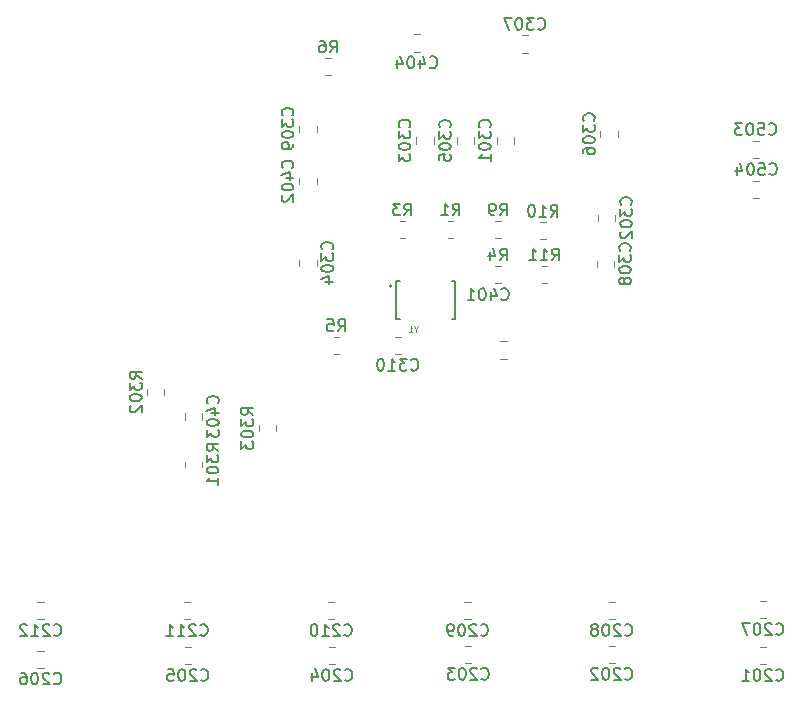
<source format=gbr>
%TF.GenerationSoftware,KiCad,Pcbnew,(6.0.7-rc1-83-g1005f75cdb)*%
%TF.CreationDate,2022-08-17T14:22:36+01:00*%
%TF.ProjectId,GfxFPGAS3,47667846-5047-4415-9333-2e6b69636164,rev?*%
%TF.SameCoordinates,Original*%
%TF.FileFunction,Legend,Bot*%
%TF.FilePolarity,Positive*%
%FSLAX46Y46*%
G04 Gerber Fmt 4.6, Leading zero omitted, Abs format (unit mm)*
G04 Created by KiCad (PCBNEW (6.0.7-rc1-83-g1005f75cdb)) date 2022-08-17 14:22:36*
%MOMM*%
%LPD*%
G01*
G04 APERTURE LIST*
%ADD10C,0.150000*%
%ADD11C,0.120293*%
%ADD12C,0.120000*%
%ADD13C,0.127000*%
%ADD14C,0.200000*%
G04 APERTURE END LIST*
D10*
%TO.C,C201*%
X184469047Y-134937142D02*
X184516666Y-134984761D01*
X184659523Y-135032380D01*
X184754761Y-135032380D01*
X184897619Y-134984761D01*
X184992857Y-134889523D01*
X185040476Y-134794285D01*
X185088095Y-134603809D01*
X185088095Y-134460952D01*
X185040476Y-134270476D01*
X184992857Y-134175238D01*
X184897619Y-134080000D01*
X184754761Y-134032380D01*
X184659523Y-134032380D01*
X184516666Y-134080000D01*
X184469047Y-134127619D01*
X184088095Y-134127619D02*
X184040476Y-134080000D01*
X183945238Y-134032380D01*
X183707142Y-134032380D01*
X183611904Y-134080000D01*
X183564285Y-134127619D01*
X183516666Y-134222857D01*
X183516666Y-134318095D01*
X183564285Y-134460952D01*
X184135714Y-135032380D01*
X183516666Y-135032380D01*
X182897619Y-134032380D02*
X182802380Y-134032380D01*
X182707142Y-134080000D01*
X182659523Y-134127619D01*
X182611904Y-134222857D01*
X182564285Y-134413333D01*
X182564285Y-134651428D01*
X182611904Y-134841904D01*
X182659523Y-134937142D01*
X182707142Y-134984761D01*
X182802380Y-135032380D01*
X182897619Y-135032380D01*
X182992857Y-134984761D01*
X183040476Y-134937142D01*
X183088095Y-134841904D01*
X183135714Y-134651428D01*
X183135714Y-134413333D01*
X183088095Y-134222857D01*
X183040476Y-134127619D01*
X182992857Y-134080000D01*
X182897619Y-134032380D01*
X181611904Y-135032380D02*
X182183333Y-135032380D01*
X181897619Y-135032380D02*
X181897619Y-134032380D01*
X181992857Y-134175238D01*
X182088095Y-134270476D01*
X182183333Y-134318095D01*
%TO.C,C202*%
X171669047Y-134837142D02*
X171716666Y-134884761D01*
X171859523Y-134932380D01*
X171954761Y-134932380D01*
X172097619Y-134884761D01*
X172192857Y-134789523D01*
X172240476Y-134694285D01*
X172288095Y-134503809D01*
X172288095Y-134360952D01*
X172240476Y-134170476D01*
X172192857Y-134075238D01*
X172097619Y-133980000D01*
X171954761Y-133932380D01*
X171859523Y-133932380D01*
X171716666Y-133980000D01*
X171669047Y-134027619D01*
X171288095Y-134027619D02*
X171240476Y-133980000D01*
X171145238Y-133932380D01*
X170907142Y-133932380D01*
X170811904Y-133980000D01*
X170764285Y-134027619D01*
X170716666Y-134122857D01*
X170716666Y-134218095D01*
X170764285Y-134360952D01*
X171335714Y-134932380D01*
X170716666Y-134932380D01*
X170097619Y-133932380D02*
X170002380Y-133932380D01*
X169907142Y-133980000D01*
X169859523Y-134027619D01*
X169811904Y-134122857D01*
X169764285Y-134313333D01*
X169764285Y-134551428D01*
X169811904Y-134741904D01*
X169859523Y-134837142D01*
X169907142Y-134884761D01*
X170002380Y-134932380D01*
X170097619Y-134932380D01*
X170192857Y-134884761D01*
X170240476Y-134837142D01*
X170288095Y-134741904D01*
X170335714Y-134551428D01*
X170335714Y-134313333D01*
X170288095Y-134122857D01*
X170240476Y-134027619D01*
X170192857Y-133980000D01*
X170097619Y-133932380D01*
X169383333Y-134027619D02*
X169335714Y-133980000D01*
X169240476Y-133932380D01*
X169002380Y-133932380D01*
X168907142Y-133980000D01*
X168859523Y-134027619D01*
X168811904Y-134122857D01*
X168811904Y-134218095D01*
X168859523Y-134360952D01*
X169430952Y-134932380D01*
X168811904Y-134932380D01*
%TO.C,C203*%
X159519047Y-134837142D02*
X159566666Y-134884761D01*
X159709523Y-134932380D01*
X159804761Y-134932380D01*
X159947619Y-134884761D01*
X160042857Y-134789523D01*
X160090476Y-134694285D01*
X160138095Y-134503809D01*
X160138095Y-134360952D01*
X160090476Y-134170476D01*
X160042857Y-134075238D01*
X159947619Y-133980000D01*
X159804761Y-133932380D01*
X159709523Y-133932380D01*
X159566666Y-133980000D01*
X159519047Y-134027619D01*
X159138095Y-134027619D02*
X159090476Y-133980000D01*
X158995238Y-133932380D01*
X158757142Y-133932380D01*
X158661904Y-133980000D01*
X158614285Y-134027619D01*
X158566666Y-134122857D01*
X158566666Y-134218095D01*
X158614285Y-134360952D01*
X159185714Y-134932380D01*
X158566666Y-134932380D01*
X157947619Y-133932380D02*
X157852380Y-133932380D01*
X157757142Y-133980000D01*
X157709523Y-134027619D01*
X157661904Y-134122857D01*
X157614285Y-134313333D01*
X157614285Y-134551428D01*
X157661904Y-134741904D01*
X157709523Y-134837142D01*
X157757142Y-134884761D01*
X157852380Y-134932380D01*
X157947619Y-134932380D01*
X158042857Y-134884761D01*
X158090476Y-134837142D01*
X158138095Y-134741904D01*
X158185714Y-134551428D01*
X158185714Y-134313333D01*
X158138095Y-134122857D01*
X158090476Y-134027619D01*
X158042857Y-133980000D01*
X157947619Y-133932380D01*
X157280952Y-133932380D02*
X156661904Y-133932380D01*
X156995238Y-134313333D01*
X156852380Y-134313333D01*
X156757142Y-134360952D01*
X156709523Y-134408571D01*
X156661904Y-134503809D01*
X156661904Y-134741904D01*
X156709523Y-134837142D01*
X156757142Y-134884761D01*
X156852380Y-134932380D01*
X157138095Y-134932380D01*
X157233333Y-134884761D01*
X157280952Y-134837142D01*
%TO.C,C204*%
X147969047Y-134937142D02*
X148016666Y-134984761D01*
X148159523Y-135032380D01*
X148254761Y-135032380D01*
X148397619Y-134984761D01*
X148492857Y-134889523D01*
X148540476Y-134794285D01*
X148588095Y-134603809D01*
X148588095Y-134460952D01*
X148540476Y-134270476D01*
X148492857Y-134175238D01*
X148397619Y-134080000D01*
X148254761Y-134032380D01*
X148159523Y-134032380D01*
X148016666Y-134080000D01*
X147969047Y-134127619D01*
X147588095Y-134127619D02*
X147540476Y-134080000D01*
X147445238Y-134032380D01*
X147207142Y-134032380D01*
X147111904Y-134080000D01*
X147064285Y-134127619D01*
X147016666Y-134222857D01*
X147016666Y-134318095D01*
X147064285Y-134460952D01*
X147635714Y-135032380D01*
X147016666Y-135032380D01*
X146397619Y-134032380D02*
X146302380Y-134032380D01*
X146207142Y-134080000D01*
X146159523Y-134127619D01*
X146111904Y-134222857D01*
X146064285Y-134413333D01*
X146064285Y-134651428D01*
X146111904Y-134841904D01*
X146159523Y-134937142D01*
X146207142Y-134984761D01*
X146302380Y-135032380D01*
X146397619Y-135032380D01*
X146492857Y-134984761D01*
X146540476Y-134937142D01*
X146588095Y-134841904D01*
X146635714Y-134651428D01*
X146635714Y-134413333D01*
X146588095Y-134222857D01*
X146540476Y-134127619D01*
X146492857Y-134080000D01*
X146397619Y-134032380D01*
X145207142Y-134365714D02*
X145207142Y-135032380D01*
X145445238Y-133984761D02*
X145683333Y-134699047D01*
X145064285Y-134699047D01*
%TO.C,C205*%
X135769047Y-134937142D02*
X135816666Y-134984761D01*
X135959523Y-135032380D01*
X136054761Y-135032380D01*
X136197619Y-134984761D01*
X136292857Y-134889523D01*
X136340476Y-134794285D01*
X136388095Y-134603809D01*
X136388095Y-134460952D01*
X136340476Y-134270476D01*
X136292857Y-134175238D01*
X136197619Y-134080000D01*
X136054761Y-134032380D01*
X135959523Y-134032380D01*
X135816666Y-134080000D01*
X135769047Y-134127619D01*
X135388095Y-134127619D02*
X135340476Y-134080000D01*
X135245238Y-134032380D01*
X135007142Y-134032380D01*
X134911904Y-134080000D01*
X134864285Y-134127619D01*
X134816666Y-134222857D01*
X134816666Y-134318095D01*
X134864285Y-134460952D01*
X135435714Y-135032380D01*
X134816666Y-135032380D01*
X134197619Y-134032380D02*
X134102380Y-134032380D01*
X134007142Y-134080000D01*
X133959523Y-134127619D01*
X133911904Y-134222857D01*
X133864285Y-134413333D01*
X133864285Y-134651428D01*
X133911904Y-134841904D01*
X133959523Y-134937142D01*
X134007142Y-134984761D01*
X134102380Y-135032380D01*
X134197619Y-135032380D01*
X134292857Y-134984761D01*
X134340476Y-134937142D01*
X134388095Y-134841904D01*
X134435714Y-134651428D01*
X134435714Y-134413333D01*
X134388095Y-134222857D01*
X134340476Y-134127619D01*
X134292857Y-134080000D01*
X134197619Y-134032380D01*
X132959523Y-134032380D02*
X133435714Y-134032380D01*
X133483333Y-134508571D01*
X133435714Y-134460952D01*
X133340476Y-134413333D01*
X133102380Y-134413333D01*
X133007142Y-134460952D01*
X132959523Y-134508571D01*
X132911904Y-134603809D01*
X132911904Y-134841904D01*
X132959523Y-134937142D01*
X133007142Y-134984761D01*
X133102380Y-135032380D01*
X133340476Y-135032380D01*
X133435714Y-134984761D01*
X133483333Y-134937142D01*
%TO.C,C206*%
X123319047Y-135237142D02*
X123366666Y-135284761D01*
X123509523Y-135332380D01*
X123604761Y-135332380D01*
X123747619Y-135284761D01*
X123842857Y-135189523D01*
X123890476Y-135094285D01*
X123938095Y-134903809D01*
X123938095Y-134760952D01*
X123890476Y-134570476D01*
X123842857Y-134475238D01*
X123747619Y-134380000D01*
X123604761Y-134332380D01*
X123509523Y-134332380D01*
X123366666Y-134380000D01*
X123319047Y-134427619D01*
X122938095Y-134427619D02*
X122890476Y-134380000D01*
X122795238Y-134332380D01*
X122557142Y-134332380D01*
X122461904Y-134380000D01*
X122414285Y-134427619D01*
X122366666Y-134522857D01*
X122366666Y-134618095D01*
X122414285Y-134760952D01*
X122985714Y-135332380D01*
X122366666Y-135332380D01*
X121747619Y-134332380D02*
X121652380Y-134332380D01*
X121557142Y-134380000D01*
X121509523Y-134427619D01*
X121461904Y-134522857D01*
X121414285Y-134713333D01*
X121414285Y-134951428D01*
X121461904Y-135141904D01*
X121509523Y-135237142D01*
X121557142Y-135284761D01*
X121652380Y-135332380D01*
X121747619Y-135332380D01*
X121842857Y-135284761D01*
X121890476Y-135237142D01*
X121938095Y-135141904D01*
X121985714Y-134951428D01*
X121985714Y-134713333D01*
X121938095Y-134522857D01*
X121890476Y-134427619D01*
X121842857Y-134380000D01*
X121747619Y-134332380D01*
X120557142Y-134332380D02*
X120747619Y-134332380D01*
X120842857Y-134380000D01*
X120890476Y-134427619D01*
X120985714Y-134570476D01*
X121033333Y-134760952D01*
X121033333Y-135141904D01*
X120985714Y-135237142D01*
X120938095Y-135284761D01*
X120842857Y-135332380D01*
X120652380Y-135332380D01*
X120557142Y-135284761D01*
X120509523Y-135237142D01*
X120461904Y-135141904D01*
X120461904Y-134903809D01*
X120509523Y-134808571D01*
X120557142Y-134760952D01*
X120652380Y-134713333D01*
X120842857Y-134713333D01*
X120938095Y-134760952D01*
X120985714Y-134808571D01*
X121033333Y-134903809D01*
%TO.C,C207*%
X184469047Y-131037142D02*
X184516666Y-131084761D01*
X184659523Y-131132380D01*
X184754761Y-131132380D01*
X184897619Y-131084761D01*
X184992857Y-130989523D01*
X185040476Y-130894285D01*
X185088095Y-130703809D01*
X185088095Y-130560952D01*
X185040476Y-130370476D01*
X184992857Y-130275238D01*
X184897619Y-130180000D01*
X184754761Y-130132380D01*
X184659523Y-130132380D01*
X184516666Y-130180000D01*
X184469047Y-130227619D01*
X184088095Y-130227619D02*
X184040476Y-130180000D01*
X183945238Y-130132380D01*
X183707142Y-130132380D01*
X183611904Y-130180000D01*
X183564285Y-130227619D01*
X183516666Y-130322857D01*
X183516666Y-130418095D01*
X183564285Y-130560952D01*
X184135714Y-131132380D01*
X183516666Y-131132380D01*
X182897619Y-130132380D02*
X182802380Y-130132380D01*
X182707142Y-130180000D01*
X182659523Y-130227619D01*
X182611904Y-130322857D01*
X182564285Y-130513333D01*
X182564285Y-130751428D01*
X182611904Y-130941904D01*
X182659523Y-131037142D01*
X182707142Y-131084761D01*
X182802380Y-131132380D01*
X182897619Y-131132380D01*
X182992857Y-131084761D01*
X183040476Y-131037142D01*
X183088095Y-130941904D01*
X183135714Y-130751428D01*
X183135714Y-130513333D01*
X183088095Y-130322857D01*
X183040476Y-130227619D01*
X182992857Y-130180000D01*
X182897619Y-130132380D01*
X182230952Y-130132380D02*
X181564285Y-130132380D01*
X181992857Y-131132380D01*
%TO.C,C208*%
X171669047Y-131137142D02*
X171716666Y-131184761D01*
X171859523Y-131232380D01*
X171954761Y-131232380D01*
X172097619Y-131184761D01*
X172192857Y-131089523D01*
X172240476Y-130994285D01*
X172288095Y-130803809D01*
X172288095Y-130660952D01*
X172240476Y-130470476D01*
X172192857Y-130375238D01*
X172097619Y-130280000D01*
X171954761Y-130232380D01*
X171859523Y-130232380D01*
X171716666Y-130280000D01*
X171669047Y-130327619D01*
X171288095Y-130327619D02*
X171240476Y-130280000D01*
X171145238Y-130232380D01*
X170907142Y-130232380D01*
X170811904Y-130280000D01*
X170764285Y-130327619D01*
X170716666Y-130422857D01*
X170716666Y-130518095D01*
X170764285Y-130660952D01*
X171335714Y-131232380D01*
X170716666Y-131232380D01*
X170097619Y-130232380D02*
X170002380Y-130232380D01*
X169907142Y-130280000D01*
X169859523Y-130327619D01*
X169811904Y-130422857D01*
X169764285Y-130613333D01*
X169764285Y-130851428D01*
X169811904Y-131041904D01*
X169859523Y-131137142D01*
X169907142Y-131184761D01*
X170002380Y-131232380D01*
X170097619Y-131232380D01*
X170192857Y-131184761D01*
X170240476Y-131137142D01*
X170288095Y-131041904D01*
X170335714Y-130851428D01*
X170335714Y-130613333D01*
X170288095Y-130422857D01*
X170240476Y-130327619D01*
X170192857Y-130280000D01*
X170097619Y-130232380D01*
X169192857Y-130660952D02*
X169288095Y-130613333D01*
X169335714Y-130565714D01*
X169383333Y-130470476D01*
X169383333Y-130422857D01*
X169335714Y-130327619D01*
X169288095Y-130280000D01*
X169192857Y-130232380D01*
X169002380Y-130232380D01*
X168907142Y-130280000D01*
X168859523Y-130327619D01*
X168811904Y-130422857D01*
X168811904Y-130470476D01*
X168859523Y-130565714D01*
X168907142Y-130613333D01*
X169002380Y-130660952D01*
X169192857Y-130660952D01*
X169288095Y-130708571D01*
X169335714Y-130756190D01*
X169383333Y-130851428D01*
X169383333Y-131041904D01*
X169335714Y-131137142D01*
X169288095Y-131184761D01*
X169192857Y-131232380D01*
X169002380Y-131232380D01*
X168907142Y-131184761D01*
X168859523Y-131137142D01*
X168811904Y-131041904D01*
X168811904Y-130851428D01*
X168859523Y-130756190D01*
X168907142Y-130708571D01*
X169002380Y-130660952D01*
%TO.C,C209*%
X159469047Y-131137142D02*
X159516666Y-131184761D01*
X159659523Y-131232380D01*
X159754761Y-131232380D01*
X159897619Y-131184761D01*
X159992857Y-131089523D01*
X160040476Y-130994285D01*
X160088095Y-130803809D01*
X160088095Y-130660952D01*
X160040476Y-130470476D01*
X159992857Y-130375238D01*
X159897619Y-130280000D01*
X159754761Y-130232380D01*
X159659523Y-130232380D01*
X159516666Y-130280000D01*
X159469047Y-130327619D01*
X159088095Y-130327619D02*
X159040476Y-130280000D01*
X158945238Y-130232380D01*
X158707142Y-130232380D01*
X158611904Y-130280000D01*
X158564285Y-130327619D01*
X158516666Y-130422857D01*
X158516666Y-130518095D01*
X158564285Y-130660952D01*
X159135714Y-131232380D01*
X158516666Y-131232380D01*
X157897619Y-130232380D02*
X157802380Y-130232380D01*
X157707142Y-130280000D01*
X157659523Y-130327619D01*
X157611904Y-130422857D01*
X157564285Y-130613333D01*
X157564285Y-130851428D01*
X157611904Y-131041904D01*
X157659523Y-131137142D01*
X157707142Y-131184761D01*
X157802380Y-131232380D01*
X157897619Y-131232380D01*
X157992857Y-131184761D01*
X158040476Y-131137142D01*
X158088095Y-131041904D01*
X158135714Y-130851428D01*
X158135714Y-130613333D01*
X158088095Y-130422857D01*
X158040476Y-130327619D01*
X157992857Y-130280000D01*
X157897619Y-130232380D01*
X157088095Y-131232380D02*
X156897619Y-131232380D01*
X156802380Y-131184761D01*
X156754761Y-131137142D01*
X156659523Y-130994285D01*
X156611904Y-130803809D01*
X156611904Y-130422857D01*
X156659523Y-130327619D01*
X156707142Y-130280000D01*
X156802380Y-130232380D01*
X156992857Y-130232380D01*
X157088095Y-130280000D01*
X157135714Y-130327619D01*
X157183333Y-130422857D01*
X157183333Y-130660952D01*
X157135714Y-130756190D01*
X157088095Y-130803809D01*
X156992857Y-130851428D01*
X156802380Y-130851428D01*
X156707142Y-130803809D01*
X156659523Y-130756190D01*
X156611904Y-130660952D01*
%TO.C,C210*%
X147919047Y-131137142D02*
X147966666Y-131184761D01*
X148109523Y-131232380D01*
X148204761Y-131232380D01*
X148347619Y-131184761D01*
X148442857Y-131089523D01*
X148490476Y-130994285D01*
X148538095Y-130803809D01*
X148538095Y-130660952D01*
X148490476Y-130470476D01*
X148442857Y-130375238D01*
X148347619Y-130280000D01*
X148204761Y-130232380D01*
X148109523Y-130232380D01*
X147966666Y-130280000D01*
X147919047Y-130327619D01*
X147538095Y-130327619D02*
X147490476Y-130280000D01*
X147395238Y-130232380D01*
X147157142Y-130232380D01*
X147061904Y-130280000D01*
X147014285Y-130327619D01*
X146966666Y-130422857D01*
X146966666Y-130518095D01*
X147014285Y-130660952D01*
X147585714Y-131232380D01*
X146966666Y-131232380D01*
X146014285Y-131232380D02*
X146585714Y-131232380D01*
X146300000Y-131232380D02*
X146300000Y-130232380D01*
X146395238Y-130375238D01*
X146490476Y-130470476D01*
X146585714Y-130518095D01*
X145395238Y-130232380D02*
X145300000Y-130232380D01*
X145204761Y-130280000D01*
X145157142Y-130327619D01*
X145109523Y-130422857D01*
X145061904Y-130613333D01*
X145061904Y-130851428D01*
X145109523Y-131041904D01*
X145157142Y-131137142D01*
X145204761Y-131184761D01*
X145300000Y-131232380D01*
X145395238Y-131232380D01*
X145490476Y-131184761D01*
X145538095Y-131137142D01*
X145585714Y-131041904D01*
X145633333Y-130851428D01*
X145633333Y-130613333D01*
X145585714Y-130422857D01*
X145538095Y-130327619D01*
X145490476Y-130280000D01*
X145395238Y-130232380D01*
%TO.C,C211*%
X135719047Y-131137142D02*
X135766666Y-131184761D01*
X135909523Y-131232380D01*
X136004761Y-131232380D01*
X136147619Y-131184761D01*
X136242857Y-131089523D01*
X136290476Y-130994285D01*
X136338095Y-130803809D01*
X136338095Y-130660952D01*
X136290476Y-130470476D01*
X136242857Y-130375238D01*
X136147619Y-130280000D01*
X136004761Y-130232380D01*
X135909523Y-130232380D01*
X135766666Y-130280000D01*
X135719047Y-130327619D01*
X135338095Y-130327619D02*
X135290476Y-130280000D01*
X135195238Y-130232380D01*
X134957142Y-130232380D01*
X134861904Y-130280000D01*
X134814285Y-130327619D01*
X134766666Y-130422857D01*
X134766666Y-130518095D01*
X134814285Y-130660952D01*
X135385714Y-131232380D01*
X134766666Y-131232380D01*
X133814285Y-131232380D02*
X134385714Y-131232380D01*
X134100000Y-131232380D02*
X134100000Y-130232380D01*
X134195238Y-130375238D01*
X134290476Y-130470476D01*
X134385714Y-130518095D01*
X132861904Y-131232380D02*
X133433333Y-131232380D01*
X133147619Y-131232380D02*
X133147619Y-130232380D01*
X133242857Y-130375238D01*
X133338095Y-130470476D01*
X133433333Y-130518095D01*
%TO.C,C212*%
X123319047Y-131137142D02*
X123366666Y-131184761D01*
X123509523Y-131232380D01*
X123604761Y-131232380D01*
X123747619Y-131184761D01*
X123842857Y-131089523D01*
X123890476Y-130994285D01*
X123938095Y-130803809D01*
X123938095Y-130660952D01*
X123890476Y-130470476D01*
X123842857Y-130375238D01*
X123747619Y-130280000D01*
X123604761Y-130232380D01*
X123509523Y-130232380D01*
X123366666Y-130280000D01*
X123319047Y-130327619D01*
X122938095Y-130327619D02*
X122890476Y-130280000D01*
X122795238Y-130232380D01*
X122557142Y-130232380D01*
X122461904Y-130280000D01*
X122414285Y-130327619D01*
X122366666Y-130422857D01*
X122366666Y-130518095D01*
X122414285Y-130660952D01*
X122985714Y-131232380D01*
X122366666Y-131232380D01*
X121414285Y-131232380D02*
X121985714Y-131232380D01*
X121700000Y-131232380D02*
X121700000Y-130232380D01*
X121795238Y-130375238D01*
X121890476Y-130470476D01*
X121985714Y-130518095D01*
X121033333Y-130327619D02*
X120985714Y-130280000D01*
X120890476Y-130232380D01*
X120652380Y-130232380D01*
X120557142Y-130280000D01*
X120509523Y-130327619D01*
X120461904Y-130422857D01*
X120461904Y-130518095D01*
X120509523Y-130660952D01*
X121080952Y-131232380D01*
X120461904Y-131232380D01*
%TO.C,C301*%
X160221142Y-88157952D02*
X160268761Y-88110333D01*
X160316380Y-87967476D01*
X160316380Y-87872238D01*
X160268761Y-87729380D01*
X160173523Y-87634142D01*
X160078285Y-87586523D01*
X159887809Y-87538904D01*
X159744952Y-87538904D01*
X159554476Y-87586523D01*
X159459238Y-87634142D01*
X159364000Y-87729380D01*
X159316380Y-87872238D01*
X159316380Y-87967476D01*
X159364000Y-88110333D01*
X159411619Y-88157952D01*
X159316380Y-88491285D02*
X159316380Y-89110333D01*
X159697333Y-88777000D01*
X159697333Y-88919857D01*
X159744952Y-89015095D01*
X159792571Y-89062714D01*
X159887809Y-89110333D01*
X160125904Y-89110333D01*
X160221142Y-89062714D01*
X160268761Y-89015095D01*
X160316380Y-88919857D01*
X160316380Y-88634142D01*
X160268761Y-88538904D01*
X160221142Y-88491285D01*
X159316380Y-89729380D02*
X159316380Y-89824619D01*
X159364000Y-89919857D01*
X159411619Y-89967476D01*
X159506857Y-90015095D01*
X159697333Y-90062714D01*
X159935428Y-90062714D01*
X160125904Y-90015095D01*
X160221142Y-89967476D01*
X160268761Y-89919857D01*
X160316380Y-89824619D01*
X160316380Y-89729380D01*
X160268761Y-89634142D01*
X160221142Y-89586523D01*
X160125904Y-89538904D01*
X159935428Y-89491285D01*
X159697333Y-89491285D01*
X159506857Y-89538904D01*
X159411619Y-89586523D01*
X159364000Y-89634142D01*
X159316380Y-89729380D01*
X160316380Y-91015095D02*
X160316380Y-90443666D01*
X160316380Y-90729380D02*
X159316380Y-90729380D01*
X159459238Y-90634142D01*
X159554476Y-90538904D01*
X159602095Y-90443666D01*
%TO.C,C302*%
X172181142Y-94707952D02*
X172228761Y-94660333D01*
X172276380Y-94517476D01*
X172276380Y-94422238D01*
X172228761Y-94279380D01*
X172133523Y-94184142D01*
X172038285Y-94136523D01*
X171847809Y-94088904D01*
X171704952Y-94088904D01*
X171514476Y-94136523D01*
X171419238Y-94184142D01*
X171324000Y-94279380D01*
X171276380Y-94422238D01*
X171276380Y-94517476D01*
X171324000Y-94660333D01*
X171371619Y-94707952D01*
X171276380Y-95041285D02*
X171276380Y-95660333D01*
X171657333Y-95327000D01*
X171657333Y-95469857D01*
X171704952Y-95565095D01*
X171752571Y-95612714D01*
X171847809Y-95660333D01*
X172085904Y-95660333D01*
X172181142Y-95612714D01*
X172228761Y-95565095D01*
X172276380Y-95469857D01*
X172276380Y-95184142D01*
X172228761Y-95088904D01*
X172181142Y-95041285D01*
X171276380Y-96279380D02*
X171276380Y-96374619D01*
X171324000Y-96469857D01*
X171371619Y-96517476D01*
X171466857Y-96565095D01*
X171657333Y-96612714D01*
X171895428Y-96612714D01*
X172085904Y-96565095D01*
X172181142Y-96517476D01*
X172228761Y-96469857D01*
X172276380Y-96374619D01*
X172276380Y-96279380D01*
X172228761Y-96184142D01*
X172181142Y-96136523D01*
X172085904Y-96088904D01*
X171895428Y-96041285D01*
X171657333Y-96041285D01*
X171466857Y-96088904D01*
X171371619Y-96136523D01*
X171324000Y-96184142D01*
X171276380Y-96279380D01*
X171371619Y-96993666D02*
X171324000Y-97041285D01*
X171276380Y-97136523D01*
X171276380Y-97374619D01*
X171324000Y-97469857D01*
X171371619Y-97517476D01*
X171466857Y-97565095D01*
X171562095Y-97565095D01*
X171704952Y-97517476D01*
X172276380Y-96946047D01*
X172276380Y-97565095D01*
%TO.C,C303*%
X153421142Y-88157952D02*
X153468761Y-88110333D01*
X153516380Y-87967476D01*
X153516380Y-87872238D01*
X153468761Y-87729380D01*
X153373523Y-87634142D01*
X153278285Y-87586523D01*
X153087809Y-87538904D01*
X152944952Y-87538904D01*
X152754476Y-87586523D01*
X152659238Y-87634142D01*
X152564000Y-87729380D01*
X152516380Y-87872238D01*
X152516380Y-87967476D01*
X152564000Y-88110333D01*
X152611619Y-88157952D01*
X152516380Y-88491285D02*
X152516380Y-89110333D01*
X152897333Y-88777000D01*
X152897333Y-88919857D01*
X152944952Y-89015095D01*
X152992571Y-89062714D01*
X153087809Y-89110333D01*
X153325904Y-89110333D01*
X153421142Y-89062714D01*
X153468761Y-89015095D01*
X153516380Y-88919857D01*
X153516380Y-88634142D01*
X153468761Y-88538904D01*
X153421142Y-88491285D01*
X152516380Y-89729380D02*
X152516380Y-89824619D01*
X152564000Y-89919857D01*
X152611619Y-89967476D01*
X152706857Y-90015095D01*
X152897333Y-90062714D01*
X153135428Y-90062714D01*
X153325904Y-90015095D01*
X153421142Y-89967476D01*
X153468761Y-89919857D01*
X153516380Y-89824619D01*
X153516380Y-89729380D01*
X153468761Y-89634142D01*
X153421142Y-89586523D01*
X153325904Y-89538904D01*
X153135428Y-89491285D01*
X152897333Y-89491285D01*
X152706857Y-89538904D01*
X152611619Y-89586523D01*
X152564000Y-89634142D01*
X152516380Y-89729380D01*
X152516380Y-90396047D02*
X152516380Y-91015095D01*
X152897333Y-90681761D01*
X152897333Y-90824619D01*
X152944952Y-90919857D01*
X152992571Y-90967476D01*
X153087809Y-91015095D01*
X153325904Y-91015095D01*
X153421142Y-90967476D01*
X153468761Y-90919857D01*
X153516380Y-90824619D01*
X153516380Y-90538904D01*
X153468761Y-90443666D01*
X153421142Y-90396047D01*
%TO.C,C304*%
X146881142Y-98507952D02*
X146928761Y-98460333D01*
X146976380Y-98317476D01*
X146976380Y-98222238D01*
X146928761Y-98079380D01*
X146833523Y-97984142D01*
X146738285Y-97936523D01*
X146547809Y-97888904D01*
X146404952Y-97888904D01*
X146214476Y-97936523D01*
X146119238Y-97984142D01*
X146024000Y-98079380D01*
X145976380Y-98222238D01*
X145976380Y-98317476D01*
X146024000Y-98460333D01*
X146071619Y-98507952D01*
X145976380Y-98841285D02*
X145976380Y-99460333D01*
X146357333Y-99127000D01*
X146357333Y-99269857D01*
X146404952Y-99365095D01*
X146452571Y-99412714D01*
X146547809Y-99460333D01*
X146785904Y-99460333D01*
X146881142Y-99412714D01*
X146928761Y-99365095D01*
X146976380Y-99269857D01*
X146976380Y-98984142D01*
X146928761Y-98888904D01*
X146881142Y-98841285D01*
X145976380Y-100079380D02*
X145976380Y-100174619D01*
X146024000Y-100269857D01*
X146071619Y-100317476D01*
X146166857Y-100365095D01*
X146357333Y-100412714D01*
X146595428Y-100412714D01*
X146785904Y-100365095D01*
X146881142Y-100317476D01*
X146928761Y-100269857D01*
X146976380Y-100174619D01*
X146976380Y-100079380D01*
X146928761Y-99984142D01*
X146881142Y-99936523D01*
X146785904Y-99888904D01*
X146595428Y-99841285D01*
X146357333Y-99841285D01*
X146166857Y-99888904D01*
X146071619Y-99936523D01*
X146024000Y-99984142D01*
X145976380Y-100079380D01*
X146309714Y-101269857D02*
X146976380Y-101269857D01*
X145928761Y-101031761D02*
X146643047Y-100793666D01*
X146643047Y-101412714D01*
%TO.C,C305*%
X156859142Y-88164452D02*
X156906761Y-88116833D01*
X156954380Y-87973976D01*
X156954380Y-87878738D01*
X156906761Y-87735880D01*
X156811523Y-87640642D01*
X156716285Y-87593023D01*
X156525809Y-87545404D01*
X156382952Y-87545404D01*
X156192476Y-87593023D01*
X156097238Y-87640642D01*
X156002000Y-87735880D01*
X155954380Y-87878738D01*
X155954380Y-87973976D01*
X156002000Y-88116833D01*
X156049619Y-88164452D01*
X155954380Y-88497785D02*
X155954380Y-89116833D01*
X156335333Y-88783500D01*
X156335333Y-88926357D01*
X156382952Y-89021595D01*
X156430571Y-89069214D01*
X156525809Y-89116833D01*
X156763904Y-89116833D01*
X156859142Y-89069214D01*
X156906761Y-89021595D01*
X156954380Y-88926357D01*
X156954380Y-88640642D01*
X156906761Y-88545404D01*
X156859142Y-88497785D01*
X155954380Y-89735880D02*
X155954380Y-89831119D01*
X156002000Y-89926357D01*
X156049619Y-89973976D01*
X156144857Y-90021595D01*
X156335333Y-90069214D01*
X156573428Y-90069214D01*
X156763904Y-90021595D01*
X156859142Y-89973976D01*
X156906761Y-89926357D01*
X156954380Y-89831119D01*
X156954380Y-89735880D01*
X156906761Y-89640642D01*
X156859142Y-89593023D01*
X156763904Y-89545404D01*
X156573428Y-89497785D01*
X156335333Y-89497785D01*
X156144857Y-89545404D01*
X156049619Y-89593023D01*
X156002000Y-89640642D01*
X155954380Y-89735880D01*
X155954380Y-90973976D02*
X155954380Y-90497785D01*
X156430571Y-90450166D01*
X156382952Y-90497785D01*
X156335333Y-90593023D01*
X156335333Y-90831119D01*
X156382952Y-90926357D01*
X156430571Y-90973976D01*
X156525809Y-91021595D01*
X156763904Y-91021595D01*
X156859142Y-90973976D01*
X156906761Y-90926357D01*
X156954380Y-90831119D01*
X156954380Y-90593023D01*
X156906761Y-90497785D01*
X156859142Y-90450166D01*
%TO.C,C306*%
X169021142Y-87607952D02*
X169068761Y-87560333D01*
X169116380Y-87417476D01*
X169116380Y-87322238D01*
X169068761Y-87179380D01*
X168973523Y-87084142D01*
X168878285Y-87036523D01*
X168687809Y-86988904D01*
X168544952Y-86988904D01*
X168354476Y-87036523D01*
X168259238Y-87084142D01*
X168164000Y-87179380D01*
X168116380Y-87322238D01*
X168116380Y-87417476D01*
X168164000Y-87560333D01*
X168211619Y-87607952D01*
X168116380Y-87941285D02*
X168116380Y-88560333D01*
X168497333Y-88227000D01*
X168497333Y-88369857D01*
X168544952Y-88465095D01*
X168592571Y-88512714D01*
X168687809Y-88560333D01*
X168925904Y-88560333D01*
X169021142Y-88512714D01*
X169068761Y-88465095D01*
X169116380Y-88369857D01*
X169116380Y-88084142D01*
X169068761Y-87988904D01*
X169021142Y-87941285D01*
X168116380Y-89179380D02*
X168116380Y-89274619D01*
X168164000Y-89369857D01*
X168211619Y-89417476D01*
X168306857Y-89465095D01*
X168497333Y-89512714D01*
X168735428Y-89512714D01*
X168925904Y-89465095D01*
X169021142Y-89417476D01*
X169068761Y-89369857D01*
X169116380Y-89274619D01*
X169116380Y-89179380D01*
X169068761Y-89084142D01*
X169021142Y-89036523D01*
X168925904Y-88988904D01*
X168735428Y-88941285D01*
X168497333Y-88941285D01*
X168306857Y-88988904D01*
X168211619Y-89036523D01*
X168164000Y-89084142D01*
X168116380Y-89179380D01*
X168116380Y-90369857D02*
X168116380Y-90179380D01*
X168164000Y-90084142D01*
X168211619Y-90036523D01*
X168354476Y-89941285D01*
X168544952Y-89893666D01*
X168925904Y-89893666D01*
X169021142Y-89941285D01*
X169068761Y-89988904D01*
X169116380Y-90084142D01*
X169116380Y-90274619D01*
X169068761Y-90369857D01*
X169021142Y-90417476D01*
X168925904Y-90465095D01*
X168687809Y-90465095D01*
X168592571Y-90417476D01*
X168544952Y-90369857D01*
X168497333Y-90274619D01*
X168497333Y-90084142D01*
X168544952Y-89988904D01*
X168592571Y-89941285D01*
X168687809Y-89893666D01*
%TO.C,C401*%
X161213047Y-102704142D02*
X161260666Y-102751761D01*
X161403523Y-102799380D01*
X161498761Y-102799380D01*
X161641619Y-102751761D01*
X161736857Y-102656523D01*
X161784476Y-102561285D01*
X161832095Y-102370809D01*
X161832095Y-102227952D01*
X161784476Y-102037476D01*
X161736857Y-101942238D01*
X161641619Y-101847000D01*
X161498761Y-101799380D01*
X161403523Y-101799380D01*
X161260666Y-101847000D01*
X161213047Y-101894619D01*
X160355904Y-102132714D02*
X160355904Y-102799380D01*
X160594000Y-101751761D02*
X160832095Y-102466047D01*
X160213047Y-102466047D01*
X159641619Y-101799380D02*
X159546380Y-101799380D01*
X159451142Y-101847000D01*
X159403523Y-101894619D01*
X159355904Y-101989857D01*
X159308285Y-102180333D01*
X159308285Y-102418428D01*
X159355904Y-102608904D01*
X159403523Y-102704142D01*
X159451142Y-102751761D01*
X159546380Y-102799380D01*
X159641619Y-102799380D01*
X159736857Y-102751761D01*
X159784476Y-102704142D01*
X159832095Y-102608904D01*
X159879714Y-102418428D01*
X159879714Y-102180333D01*
X159832095Y-101989857D01*
X159784476Y-101894619D01*
X159736857Y-101847000D01*
X159641619Y-101799380D01*
X158355904Y-102799380D02*
X158927333Y-102799380D01*
X158641619Y-102799380D02*
X158641619Y-101799380D01*
X158736857Y-101942238D01*
X158832095Y-102037476D01*
X158927333Y-102085095D01*
%TO.C,C402*%
X143521142Y-91607952D02*
X143568761Y-91560333D01*
X143616380Y-91417476D01*
X143616380Y-91322238D01*
X143568761Y-91179380D01*
X143473523Y-91084142D01*
X143378285Y-91036523D01*
X143187809Y-90988904D01*
X143044952Y-90988904D01*
X142854476Y-91036523D01*
X142759238Y-91084142D01*
X142664000Y-91179380D01*
X142616380Y-91322238D01*
X142616380Y-91417476D01*
X142664000Y-91560333D01*
X142711619Y-91607952D01*
X142949714Y-92465095D02*
X143616380Y-92465095D01*
X142568761Y-92227000D02*
X143283047Y-91988904D01*
X143283047Y-92607952D01*
X142616380Y-93179380D02*
X142616380Y-93274619D01*
X142664000Y-93369857D01*
X142711619Y-93417476D01*
X142806857Y-93465095D01*
X142997333Y-93512714D01*
X143235428Y-93512714D01*
X143425904Y-93465095D01*
X143521142Y-93417476D01*
X143568761Y-93369857D01*
X143616380Y-93274619D01*
X143616380Y-93179380D01*
X143568761Y-93084142D01*
X143521142Y-93036523D01*
X143425904Y-92988904D01*
X143235428Y-92941285D01*
X142997333Y-92941285D01*
X142806857Y-92988904D01*
X142711619Y-93036523D01*
X142664000Y-93084142D01*
X142616380Y-93179380D01*
X142711619Y-93893666D02*
X142664000Y-93941285D01*
X142616380Y-94036523D01*
X142616380Y-94274619D01*
X142664000Y-94369857D01*
X142711619Y-94417476D01*
X142806857Y-94465095D01*
X142902095Y-94465095D01*
X143044952Y-94417476D01*
X143616380Y-93846047D01*
X143616380Y-94465095D01*
%TO.C,C403*%
X137187142Y-111530952D02*
X137234761Y-111483333D01*
X137282380Y-111340476D01*
X137282380Y-111245238D01*
X137234761Y-111102380D01*
X137139523Y-111007142D01*
X137044285Y-110959523D01*
X136853809Y-110911904D01*
X136710952Y-110911904D01*
X136520476Y-110959523D01*
X136425238Y-111007142D01*
X136330000Y-111102380D01*
X136282380Y-111245238D01*
X136282380Y-111340476D01*
X136330000Y-111483333D01*
X136377619Y-111530952D01*
X136615714Y-112388095D02*
X137282380Y-112388095D01*
X136234761Y-112150000D02*
X136949047Y-111911904D01*
X136949047Y-112530952D01*
X136282380Y-113102380D02*
X136282380Y-113197619D01*
X136330000Y-113292857D01*
X136377619Y-113340476D01*
X136472857Y-113388095D01*
X136663333Y-113435714D01*
X136901428Y-113435714D01*
X137091904Y-113388095D01*
X137187142Y-113340476D01*
X137234761Y-113292857D01*
X137282380Y-113197619D01*
X137282380Y-113102380D01*
X137234761Y-113007142D01*
X137187142Y-112959523D01*
X137091904Y-112911904D01*
X136901428Y-112864285D01*
X136663333Y-112864285D01*
X136472857Y-112911904D01*
X136377619Y-112959523D01*
X136330000Y-113007142D01*
X136282380Y-113102380D01*
X136282380Y-113769047D02*
X136282380Y-114388095D01*
X136663333Y-114054761D01*
X136663333Y-114197619D01*
X136710952Y-114292857D01*
X136758571Y-114340476D01*
X136853809Y-114388095D01*
X137091904Y-114388095D01*
X137187142Y-114340476D01*
X137234761Y-114292857D01*
X137282380Y-114197619D01*
X137282380Y-113911904D01*
X137234761Y-113816666D01*
X137187142Y-113769047D01*
%TO.C,C404*%
X155163047Y-83064142D02*
X155210666Y-83111761D01*
X155353523Y-83159380D01*
X155448761Y-83159380D01*
X155591619Y-83111761D01*
X155686857Y-83016523D01*
X155734476Y-82921285D01*
X155782095Y-82730809D01*
X155782095Y-82587952D01*
X155734476Y-82397476D01*
X155686857Y-82302238D01*
X155591619Y-82207000D01*
X155448761Y-82159380D01*
X155353523Y-82159380D01*
X155210666Y-82207000D01*
X155163047Y-82254619D01*
X154305904Y-82492714D02*
X154305904Y-83159380D01*
X154544000Y-82111761D02*
X154782095Y-82826047D01*
X154163047Y-82826047D01*
X153591619Y-82159380D02*
X153496380Y-82159380D01*
X153401142Y-82207000D01*
X153353523Y-82254619D01*
X153305904Y-82349857D01*
X153258285Y-82540333D01*
X153258285Y-82778428D01*
X153305904Y-82968904D01*
X153353523Y-83064142D01*
X153401142Y-83111761D01*
X153496380Y-83159380D01*
X153591619Y-83159380D01*
X153686857Y-83111761D01*
X153734476Y-83064142D01*
X153782095Y-82968904D01*
X153829714Y-82778428D01*
X153829714Y-82540333D01*
X153782095Y-82349857D01*
X153734476Y-82254619D01*
X153686857Y-82207000D01*
X153591619Y-82159380D01*
X152401142Y-82492714D02*
X152401142Y-83159380D01*
X152639238Y-82111761D02*
X152877333Y-82826047D01*
X152258285Y-82826047D01*
%TO.C,C503*%
X183863047Y-88714142D02*
X183910666Y-88761761D01*
X184053523Y-88809380D01*
X184148761Y-88809380D01*
X184291619Y-88761761D01*
X184386857Y-88666523D01*
X184434476Y-88571285D01*
X184482095Y-88380809D01*
X184482095Y-88237952D01*
X184434476Y-88047476D01*
X184386857Y-87952238D01*
X184291619Y-87857000D01*
X184148761Y-87809380D01*
X184053523Y-87809380D01*
X183910666Y-87857000D01*
X183863047Y-87904619D01*
X182958285Y-87809380D02*
X183434476Y-87809380D01*
X183482095Y-88285571D01*
X183434476Y-88237952D01*
X183339238Y-88190333D01*
X183101142Y-88190333D01*
X183005904Y-88237952D01*
X182958285Y-88285571D01*
X182910666Y-88380809D01*
X182910666Y-88618904D01*
X182958285Y-88714142D01*
X183005904Y-88761761D01*
X183101142Y-88809380D01*
X183339238Y-88809380D01*
X183434476Y-88761761D01*
X183482095Y-88714142D01*
X182291619Y-87809380D02*
X182196380Y-87809380D01*
X182101142Y-87857000D01*
X182053523Y-87904619D01*
X182005904Y-87999857D01*
X181958285Y-88190333D01*
X181958285Y-88428428D01*
X182005904Y-88618904D01*
X182053523Y-88714142D01*
X182101142Y-88761761D01*
X182196380Y-88809380D01*
X182291619Y-88809380D01*
X182386857Y-88761761D01*
X182434476Y-88714142D01*
X182482095Y-88618904D01*
X182529714Y-88428428D01*
X182529714Y-88190333D01*
X182482095Y-87999857D01*
X182434476Y-87904619D01*
X182386857Y-87857000D01*
X182291619Y-87809380D01*
X181624952Y-87809380D02*
X181005904Y-87809380D01*
X181339238Y-88190333D01*
X181196380Y-88190333D01*
X181101142Y-88237952D01*
X181053523Y-88285571D01*
X181005904Y-88380809D01*
X181005904Y-88618904D01*
X181053523Y-88714142D01*
X181101142Y-88761761D01*
X181196380Y-88809380D01*
X181482095Y-88809380D01*
X181577333Y-88761761D01*
X181624952Y-88714142D01*
%TO.C,C504*%
X183913047Y-92104142D02*
X183960666Y-92151761D01*
X184103523Y-92199380D01*
X184198761Y-92199380D01*
X184341619Y-92151761D01*
X184436857Y-92056523D01*
X184484476Y-91961285D01*
X184532095Y-91770809D01*
X184532095Y-91627952D01*
X184484476Y-91437476D01*
X184436857Y-91342238D01*
X184341619Y-91247000D01*
X184198761Y-91199380D01*
X184103523Y-91199380D01*
X183960666Y-91247000D01*
X183913047Y-91294619D01*
X183008285Y-91199380D02*
X183484476Y-91199380D01*
X183532095Y-91675571D01*
X183484476Y-91627952D01*
X183389238Y-91580333D01*
X183151142Y-91580333D01*
X183055904Y-91627952D01*
X183008285Y-91675571D01*
X182960666Y-91770809D01*
X182960666Y-92008904D01*
X183008285Y-92104142D01*
X183055904Y-92151761D01*
X183151142Y-92199380D01*
X183389238Y-92199380D01*
X183484476Y-92151761D01*
X183532095Y-92104142D01*
X182341619Y-91199380D02*
X182246380Y-91199380D01*
X182151142Y-91247000D01*
X182103523Y-91294619D01*
X182055904Y-91389857D01*
X182008285Y-91580333D01*
X182008285Y-91818428D01*
X182055904Y-92008904D01*
X182103523Y-92104142D01*
X182151142Y-92151761D01*
X182246380Y-92199380D01*
X182341619Y-92199380D01*
X182436857Y-92151761D01*
X182484476Y-92104142D01*
X182532095Y-92008904D01*
X182579714Y-91818428D01*
X182579714Y-91580333D01*
X182532095Y-91389857D01*
X182484476Y-91294619D01*
X182436857Y-91247000D01*
X182341619Y-91199380D01*
X181151142Y-91532714D02*
X181151142Y-92199380D01*
X181389238Y-91151761D02*
X181627333Y-91866047D01*
X181008285Y-91866047D01*
%TO.C,R301*%
X137252380Y-115568452D02*
X136776190Y-115235119D01*
X137252380Y-114997023D02*
X136252380Y-114997023D01*
X136252380Y-115377976D01*
X136300000Y-115473214D01*
X136347619Y-115520833D01*
X136442857Y-115568452D01*
X136585714Y-115568452D01*
X136680952Y-115520833D01*
X136728571Y-115473214D01*
X136776190Y-115377976D01*
X136776190Y-114997023D01*
X136252380Y-115901785D02*
X136252380Y-116520833D01*
X136633333Y-116187500D01*
X136633333Y-116330357D01*
X136680952Y-116425595D01*
X136728571Y-116473214D01*
X136823809Y-116520833D01*
X137061904Y-116520833D01*
X137157142Y-116473214D01*
X137204761Y-116425595D01*
X137252380Y-116330357D01*
X137252380Y-116044642D01*
X137204761Y-115949404D01*
X137157142Y-115901785D01*
X136252380Y-117139880D02*
X136252380Y-117235119D01*
X136300000Y-117330357D01*
X136347619Y-117377976D01*
X136442857Y-117425595D01*
X136633333Y-117473214D01*
X136871428Y-117473214D01*
X137061904Y-117425595D01*
X137157142Y-117377976D01*
X137204761Y-117330357D01*
X137252380Y-117235119D01*
X137252380Y-117139880D01*
X137204761Y-117044642D01*
X137157142Y-116997023D01*
X137061904Y-116949404D01*
X136871428Y-116901785D01*
X136633333Y-116901785D01*
X136442857Y-116949404D01*
X136347619Y-116997023D01*
X136300000Y-117044642D01*
X136252380Y-117139880D01*
X137252380Y-118425595D02*
X137252380Y-117854166D01*
X137252380Y-118139880D02*
X136252380Y-118139880D01*
X136395238Y-118044642D01*
X136490476Y-117949404D01*
X136538095Y-117854166D01*
%TO.C,R302*%
X130752380Y-109443452D02*
X130276190Y-109110119D01*
X130752380Y-108872023D02*
X129752380Y-108872023D01*
X129752380Y-109252976D01*
X129800000Y-109348214D01*
X129847619Y-109395833D01*
X129942857Y-109443452D01*
X130085714Y-109443452D01*
X130180952Y-109395833D01*
X130228571Y-109348214D01*
X130276190Y-109252976D01*
X130276190Y-108872023D01*
X129752380Y-109776785D02*
X129752380Y-110395833D01*
X130133333Y-110062500D01*
X130133333Y-110205357D01*
X130180952Y-110300595D01*
X130228571Y-110348214D01*
X130323809Y-110395833D01*
X130561904Y-110395833D01*
X130657142Y-110348214D01*
X130704761Y-110300595D01*
X130752380Y-110205357D01*
X130752380Y-109919642D01*
X130704761Y-109824404D01*
X130657142Y-109776785D01*
X129752380Y-111014880D02*
X129752380Y-111110119D01*
X129800000Y-111205357D01*
X129847619Y-111252976D01*
X129942857Y-111300595D01*
X130133333Y-111348214D01*
X130371428Y-111348214D01*
X130561904Y-111300595D01*
X130657142Y-111252976D01*
X130704761Y-111205357D01*
X130752380Y-111110119D01*
X130752380Y-111014880D01*
X130704761Y-110919642D01*
X130657142Y-110872023D01*
X130561904Y-110824404D01*
X130371428Y-110776785D01*
X130133333Y-110776785D01*
X129942857Y-110824404D01*
X129847619Y-110872023D01*
X129800000Y-110919642D01*
X129752380Y-111014880D01*
X129847619Y-111729166D02*
X129800000Y-111776785D01*
X129752380Y-111872023D01*
X129752380Y-112110119D01*
X129800000Y-112205357D01*
X129847619Y-112252976D01*
X129942857Y-112300595D01*
X130038095Y-112300595D01*
X130180952Y-112252976D01*
X130752380Y-111681547D01*
X130752380Y-112300595D01*
%TO.C,R303*%
X140202380Y-112518452D02*
X139726190Y-112185119D01*
X140202380Y-111947023D02*
X139202380Y-111947023D01*
X139202380Y-112327976D01*
X139250000Y-112423214D01*
X139297619Y-112470833D01*
X139392857Y-112518452D01*
X139535714Y-112518452D01*
X139630952Y-112470833D01*
X139678571Y-112423214D01*
X139726190Y-112327976D01*
X139726190Y-111947023D01*
X139202380Y-112851785D02*
X139202380Y-113470833D01*
X139583333Y-113137500D01*
X139583333Y-113280357D01*
X139630952Y-113375595D01*
X139678571Y-113423214D01*
X139773809Y-113470833D01*
X140011904Y-113470833D01*
X140107142Y-113423214D01*
X140154761Y-113375595D01*
X140202380Y-113280357D01*
X140202380Y-112994642D01*
X140154761Y-112899404D01*
X140107142Y-112851785D01*
X139202380Y-114089880D02*
X139202380Y-114185119D01*
X139250000Y-114280357D01*
X139297619Y-114327976D01*
X139392857Y-114375595D01*
X139583333Y-114423214D01*
X139821428Y-114423214D01*
X140011904Y-114375595D01*
X140107142Y-114327976D01*
X140154761Y-114280357D01*
X140202380Y-114185119D01*
X140202380Y-114089880D01*
X140154761Y-113994642D01*
X140107142Y-113947023D01*
X140011904Y-113899404D01*
X139821428Y-113851785D01*
X139583333Y-113851785D01*
X139392857Y-113899404D01*
X139297619Y-113947023D01*
X139250000Y-113994642D01*
X139202380Y-114089880D01*
X139202380Y-114756547D02*
X139202380Y-115375595D01*
X139583333Y-115042261D01*
X139583333Y-115185119D01*
X139630952Y-115280357D01*
X139678571Y-115327976D01*
X139773809Y-115375595D01*
X140011904Y-115375595D01*
X140107142Y-115327976D01*
X140154761Y-115280357D01*
X140202380Y-115185119D01*
X140202380Y-114899404D01*
X140154761Y-114804166D01*
X140107142Y-114756547D01*
%TO.C,C307*%
X164313047Y-79804142D02*
X164360666Y-79851761D01*
X164503523Y-79899380D01*
X164598761Y-79899380D01*
X164741619Y-79851761D01*
X164836857Y-79756523D01*
X164884476Y-79661285D01*
X164932095Y-79470809D01*
X164932095Y-79327952D01*
X164884476Y-79137476D01*
X164836857Y-79042238D01*
X164741619Y-78947000D01*
X164598761Y-78899380D01*
X164503523Y-78899380D01*
X164360666Y-78947000D01*
X164313047Y-78994619D01*
X163979714Y-78899380D02*
X163360666Y-78899380D01*
X163694000Y-79280333D01*
X163551142Y-79280333D01*
X163455904Y-79327952D01*
X163408285Y-79375571D01*
X163360666Y-79470809D01*
X163360666Y-79708904D01*
X163408285Y-79804142D01*
X163455904Y-79851761D01*
X163551142Y-79899380D01*
X163836857Y-79899380D01*
X163932095Y-79851761D01*
X163979714Y-79804142D01*
X162741619Y-78899380D02*
X162646380Y-78899380D01*
X162551142Y-78947000D01*
X162503523Y-78994619D01*
X162455904Y-79089857D01*
X162408285Y-79280333D01*
X162408285Y-79518428D01*
X162455904Y-79708904D01*
X162503523Y-79804142D01*
X162551142Y-79851761D01*
X162646380Y-79899380D01*
X162741619Y-79899380D01*
X162836857Y-79851761D01*
X162884476Y-79804142D01*
X162932095Y-79708904D01*
X162979714Y-79518428D01*
X162979714Y-79280333D01*
X162932095Y-79089857D01*
X162884476Y-78994619D01*
X162836857Y-78947000D01*
X162741619Y-78899380D01*
X162074952Y-78899380D02*
X161408285Y-78899380D01*
X161836857Y-79899380D01*
%TO.C,C308*%
X172081142Y-98607952D02*
X172128761Y-98560333D01*
X172176380Y-98417476D01*
X172176380Y-98322238D01*
X172128761Y-98179380D01*
X172033523Y-98084142D01*
X171938285Y-98036523D01*
X171747809Y-97988904D01*
X171604952Y-97988904D01*
X171414476Y-98036523D01*
X171319238Y-98084142D01*
X171224000Y-98179380D01*
X171176380Y-98322238D01*
X171176380Y-98417476D01*
X171224000Y-98560333D01*
X171271619Y-98607952D01*
X171176380Y-98941285D02*
X171176380Y-99560333D01*
X171557333Y-99227000D01*
X171557333Y-99369857D01*
X171604952Y-99465095D01*
X171652571Y-99512714D01*
X171747809Y-99560333D01*
X171985904Y-99560333D01*
X172081142Y-99512714D01*
X172128761Y-99465095D01*
X172176380Y-99369857D01*
X172176380Y-99084142D01*
X172128761Y-98988904D01*
X172081142Y-98941285D01*
X171176380Y-100179380D02*
X171176380Y-100274619D01*
X171224000Y-100369857D01*
X171271619Y-100417476D01*
X171366857Y-100465095D01*
X171557333Y-100512714D01*
X171795428Y-100512714D01*
X171985904Y-100465095D01*
X172081142Y-100417476D01*
X172128761Y-100369857D01*
X172176380Y-100274619D01*
X172176380Y-100179380D01*
X172128761Y-100084142D01*
X172081142Y-100036523D01*
X171985904Y-99988904D01*
X171795428Y-99941285D01*
X171557333Y-99941285D01*
X171366857Y-99988904D01*
X171271619Y-100036523D01*
X171224000Y-100084142D01*
X171176380Y-100179380D01*
X171604952Y-101084142D02*
X171557333Y-100988904D01*
X171509714Y-100941285D01*
X171414476Y-100893666D01*
X171366857Y-100893666D01*
X171271619Y-100941285D01*
X171224000Y-100988904D01*
X171176380Y-101084142D01*
X171176380Y-101274619D01*
X171224000Y-101369857D01*
X171271619Y-101417476D01*
X171366857Y-101465095D01*
X171414476Y-101465095D01*
X171509714Y-101417476D01*
X171557333Y-101369857D01*
X171604952Y-101274619D01*
X171604952Y-101084142D01*
X171652571Y-100988904D01*
X171700190Y-100941285D01*
X171795428Y-100893666D01*
X171985904Y-100893666D01*
X172081142Y-100941285D01*
X172128761Y-100988904D01*
X172176380Y-101084142D01*
X172176380Y-101274619D01*
X172128761Y-101369857D01*
X172081142Y-101417476D01*
X171985904Y-101465095D01*
X171795428Y-101465095D01*
X171700190Y-101417476D01*
X171652571Y-101369857D01*
X171604952Y-101274619D01*
%TO.C,C309*%
X143521142Y-87157952D02*
X143568761Y-87110333D01*
X143616380Y-86967476D01*
X143616380Y-86872238D01*
X143568761Y-86729380D01*
X143473523Y-86634142D01*
X143378285Y-86586523D01*
X143187809Y-86538904D01*
X143044952Y-86538904D01*
X142854476Y-86586523D01*
X142759238Y-86634142D01*
X142664000Y-86729380D01*
X142616380Y-86872238D01*
X142616380Y-86967476D01*
X142664000Y-87110333D01*
X142711619Y-87157952D01*
X142616380Y-87491285D02*
X142616380Y-88110333D01*
X142997333Y-87777000D01*
X142997333Y-87919857D01*
X143044952Y-88015095D01*
X143092571Y-88062714D01*
X143187809Y-88110333D01*
X143425904Y-88110333D01*
X143521142Y-88062714D01*
X143568761Y-88015095D01*
X143616380Y-87919857D01*
X143616380Y-87634142D01*
X143568761Y-87538904D01*
X143521142Y-87491285D01*
X142616380Y-88729380D02*
X142616380Y-88824619D01*
X142664000Y-88919857D01*
X142711619Y-88967476D01*
X142806857Y-89015095D01*
X142997333Y-89062714D01*
X143235428Y-89062714D01*
X143425904Y-89015095D01*
X143521142Y-88967476D01*
X143568761Y-88919857D01*
X143616380Y-88824619D01*
X143616380Y-88729380D01*
X143568761Y-88634142D01*
X143521142Y-88586523D01*
X143425904Y-88538904D01*
X143235428Y-88491285D01*
X142997333Y-88491285D01*
X142806857Y-88538904D01*
X142711619Y-88586523D01*
X142664000Y-88634142D01*
X142616380Y-88729380D01*
X143616380Y-89538904D02*
X143616380Y-89729380D01*
X143568761Y-89824619D01*
X143521142Y-89872238D01*
X143378285Y-89967476D01*
X143187809Y-90015095D01*
X142806857Y-90015095D01*
X142711619Y-89967476D01*
X142664000Y-89919857D01*
X142616380Y-89824619D01*
X142616380Y-89634142D01*
X142664000Y-89538904D01*
X142711619Y-89491285D01*
X142806857Y-89443666D01*
X143044952Y-89443666D01*
X143140190Y-89491285D01*
X143187809Y-89538904D01*
X143235428Y-89634142D01*
X143235428Y-89824619D01*
X143187809Y-89919857D01*
X143140190Y-89967476D01*
X143044952Y-90015095D01*
%TO.C,C310*%
X153563047Y-108664142D02*
X153610666Y-108711761D01*
X153753523Y-108759380D01*
X153848761Y-108759380D01*
X153991619Y-108711761D01*
X154086857Y-108616523D01*
X154134476Y-108521285D01*
X154182095Y-108330809D01*
X154182095Y-108187952D01*
X154134476Y-107997476D01*
X154086857Y-107902238D01*
X153991619Y-107807000D01*
X153848761Y-107759380D01*
X153753523Y-107759380D01*
X153610666Y-107807000D01*
X153563047Y-107854619D01*
X153229714Y-107759380D02*
X152610666Y-107759380D01*
X152944000Y-108140333D01*
X152801142Y-108140333D01*
X152705904Y-108187952D01*
X152658285Y-108235571D01*
X152610666Y-108330809D01*
X152610666Y-108568904D01*
X152658285Y-108664142D01*
X152705904Y-108711761D01*
X152801142Y-108759380D01*
X153086857Y-108759380D01*
X153182095Y-108711761D01*
X153229714Y-108664142D01*
X151658285Y-108759380D02*
X152229714Y-108759380D01*
X151944000Y-108759380D02*
X151944000Y-107759380D01*
X152039238Y-107902238D01*
X152134476Y-107997476D01*
X152229714Y-108045095D01*
X151039238Y-107759380D02*
X150944000Y-107759380D01*
X150848761Y-107807000D01*
X150801142Y-107854619D01*
X150753523Y-107949857D01*
X150705904Y-108140333D01*
X150705904Y-108378428D01*
X150753523Y-108568904D01*
X150801142Y-108664142D01*
X150848761Y-108711761D01*
X150944000Y-108759380D01*
X151039238Y-108759380D01*
X151134476Y-108711761D01*
X151182095Y-108664142D01*
X151229714Y-108568904D01*
X151277333Y-108378428D01*
X151277333Y-108140333D01*
X151229714Y-107949857D01*
X151182095Y-107854619D01*
X151134476Y-107807000D01*
X151039238Y-107759380D01*
%TO.C,R6*%
X146710666Y-81829380D02*
X147044000Y-81353190D01*
X147282095Y-81829380D02*
X147282095Y-80829380D01*
X146901142Y-80829380D01*
X146805904Y-80877000D01*
X146758285Y-80924619D01*
X146710666Y-81019857D01*
X146710666Y-81162714D01*
X146758285Y-81257952D01*
X146805904Y-81305571D01*
X146901142Y-81353190D01*
X147282095Y-81353190D01*
X145853523Y-80829380D02*
X146044000Y-80829380D01*
X146139238Y-80877000D01*
X146186857Y-80924619D01*
X146282095Y-81067476D01*
X146329714Y-81257952D01*
X146329714Y-81638904D01*
X146282095Y-81734142D01*
X146234476Y-81781761D01*
X146139238Y-81829380D01*
X145948761Y-81829380D01*
X145853523Y-81781761D01*
X145805904Y-81734142D01*
X145758285Y-81638904D01*
X145758285Y-81400809D01*
X145805904Y-81305571D01*
X145853523Y-81257952D01*
X145948761Y-81210333D01*
X146139238Y-81210333D01*
X146234476Y-81257952D01*
X146282095Y-81305571D01*
X146329714Y-81400809D01*
%TO.C,R9*%
X161110666Y-95629380D02*
X161444000Y-95153190D01*
X161682095Y-95629380D02*
X161682095Y-94629380D01*
X161301142Y-94629380D01*
X161205904Y-94677000D01*
X161158285Y-94724619D01*
X161110666Y-94819857D01*
X161110666Y-94962714D01*
X161158285Y-95057952D01*
X161205904Y-95105571D01*
X161301142Y-95153190D01*
X161682095Y-95153190D01*
X160634476Y-95629380D02*
X160444000Y-95629380D01*
X160348761Y-95581761D01*
X160301142Y-95534142D01*
X160205904Y-95391285D01*
X160158285Y-95200809D01*
X160158285Y-94819857D01*
X160205904Y-94724619D01*
X160253523Y-94677000D01*
X160348761Y-94629380D01*
X160539238Y-94629380D01*
X160634476Y-94677000D01*
X160682095Y-94724619D01*
X160729714Y-94819857D01*
X160729714Y-95057952D01*
X160682095Y-95153190D01*
X160634476Y-95200809D01*
X160539238Y-95248428D01*
X160348761Y-95248428D01*
X160253523Y-95200809D01*
X160205904Y-95153190D01*
X160158285Y-95057952D01*
%TO.C,R4*%
X161098166Y-99429380D02*
X161431500Y-98953190D01*
X161669595Y-99429380D02*
X161669595Y-98429380D01*
X161288642Y-98429380D01*
X161193404Y-98477000D01*
X161145785Y-98524619D01*
X161098166Y-98619857D01*
X161098166Y-98762714D01*
X161145785Y-98857952D01*
X161193404Y-98905571D01*
X161288642Y-98953190D01*
X161669595Y-98953190D01*
X160241023Y-98762714D02*
X160241023Y-99429380D01*
X160479119Y-98381761D02*
X160717214Y-99096047D01*
X160098166Y-99096047D01*
D11*
%TO.C,Y1*%
X153970475Y-105257368D02*
X153970475Y-105486498D01*
X154130866Y-105005325D02*
X153970475Y-105257368D01*
X153810084Y-105005325D01*
X153397650Y-105486498D02*
X153672606Y-105486498D01*
X153535128Y-105486498D02*
X153535128Y-105005325D01*
X153580954Y-105074064D01*
X153626780Y-105119890D01*
X153672606Y-105142803D01*
D10*
%TO.C,R11*%
X165486857Y-99429380D02*
X165820190Y-98953190D01*
X166058285Y-99429380D02*
X166058285Y-98429380D01*
X165677333Y-98429380D01*
X165582095Y-98477000D01*
X165534476Y-98524619D01*
X165486857Y-98619857D01*
X165486857Y-98762714D01*
X165534476Y-98857952D01*
X165582095Y-98905571D01*
X165677333Y-98953190D01*
X166058285Y-98953190D01*
X164534476Y-99429380D02*
X165105904Y-99429380D01*
X164820190Y-99429380D02*
X164820190Y-98429380D01*
X164915428Y-98572238D01*
X165010666Y-98667476D01*
X165105904Y-98715095D01*
X163582095Y-99429380D02*
X164153523Y-99429380D01*
X163867809Y-99429380D02*
X163867809Y-98429380D01*
X163963047Y-98572238D01*
X164058285Y-98667476D01*
X164153523Y-98715095D01*
%TO.C,R5*%
X147398166Y-105429380D02*
X147731500Y-104953190D01*
X147969595Y-105429380D02*
X147969595Y-104429380D01*
X147588642Y-104429380D01*
X147493404Y-104477000D01*
X147445785Y-104524619D01*
X147398166Y-104619857D01*
X147398166Y-104762714D01*
X147445785Y-104857952D01*
X147493404Y-104905571D01*
X147588642Y-104953190D01*
X147969595Y-104953190D01*
X146493404Y-104429380D02*
X146969595Y-104429380D01*
X147017214Y-104905571D01*
X146969595Y-104857952D01*
X146874357Y-104810333D01*
X146636261Y-104810333D01*
X146541023Y-104857952D01*
X146493404Y-104905571D01*
X146445785Y-105000809D01*
X146445785Y-105238904D01*
X146493404Y-105334142D01*
X146541023Y-105381761D01*
X146636261Y-105429380D01*
X146874357Y-105429380D01*
X146969595Y-105381761D01*
X147017214Y-105334142D01*
%TO.C,R10*%
X165386857Y-95729380D02*
X165720190Y-95253190D01*
X165958285Y-95729380D02*
X165958285Y-94729380D01*
X165577333Y-94729380D01*
X165482095Y-94777000D01*
X165434476Y-94824619D01*
X165386857Y-94919857D01*
X165386857Y-95062714D01*
X165434476Y-95157952D01*
X165482095Y-95205571D01*
X165577333Y-95253190D01*
X165958285Y-95253190D01*
X164434476Y-95729380D02*
X165005904Y-95729380D01*
X164720190Y-95729380D02*
X164720190Y-94729380D01*
X164815428Y-94872238D01*
X164910666Y-94967476D01*
X165005904Y-95015095D01*
X163815428Y-94729380D02*
X163720190Y-94729380D01*
X163624952Y-94777000D01*
X163577333Y-94824619D01*
X163529714Y-94919857D01*
X163482095Y-95110333D01*
X163482095Y-95348428D01*
X163529714Y-95538904D01*
X163577333Y-95634142D01*
X163624952Y-95681761D01*
X163720190Y-95729380D01*
X163815428Y-95729380D01*
X163910666Y-95681761D01*
X163958285Y-95634142D01*
X164005904Y-95538904D01*
X164053523Y-95348428D01*
X164053523Y-95110333D01*
X164005904Y-94919857D01*
X163958285Y-94824619D01*
X163910666Y-94777000D01*
X163815428Y-94729380D01*
%TO.C,R1*%
X157098166Y-95629380D02*
X157431500Y-95153190D01*
X157669595Y-95629380D02*
X157669595Y-94629380D01*
X157288642Y-94629380D01*
X157193404Y-94677000D01*
X157145785Y-94724619D01*
X157098166Y-94819857D01*
X157098166Y-94962714D01*
X157145785Y-95057952D01*
X157193404Y-95105571D01*
X157288642Y-95153190D01*
X157669595Y-95153190D01*
X156145785Y-95629380D02*
X156717214Y-95629380D01*
X156431500Y-95629380D02*
X156431500Y-94629380D01*
X156526738Y-94772238D01*
X156621976Y-94867476D01*
X156717214Y-94915095D01*
%TO.C,R3*%
X152998166Y-95629380D02*
X153331500Y-95153190D01*
X153569595Y-95629380D02*
X153569595Y-94629380D01*
X153188642Y-94629380D01*
X153093404Y-94677000D01*
X153045785Y-94724619D01*
X152998166Y-94819857D01*
X152998166Y-94962714D01*
X153045785Y-95057952D01*
X153093404Y-95105571D01*
X153188642Y-95153190D01*
X153569595Y-95153190D01*
X152664833Y-94629380D02*
X152045785Y-94629380D01*
X152379119Y-95010333D01*
X152236261Y-95010333D01*
X152141023Y-95057952D01*
X152093404Y-95105571D01*
X152045785Y-95200809D01*
X152045785Y-95438904D01*
X152093404Y-95534142D01*
X152141023Y-95581761D01*
X152236261Y-95629380D01*
X152521976Y-95629380D01*
X152617214Y-95581761D01*
X152664833Y-95534142D01*
D12*
%TO.C,C201*%
X183088748Y-133635000D02*
X183611252Y-133635000D01*
X183088748Y-132165000D02*
X183611252Y-132165000D01*
%TO.C,C202*%
X170288748Y-133535000D02*
X170811252Y-133535000D01*
X170288748Y-132065000D02*
X170811252Y-132065000D01*
%TO.C,C203*%
X158138748Y-133535000D02*
X158661252Y-133535000D01*
X158138748Y-132065000D02*
X158661252Y-132065000D01*
%TO.C,C204*%
X146588748Y-133635000D02*
X147111252Y-133635000D01*
X146588748Y-132165000D02*
X147111252Y-132165000D01*
%TO.C,C205*%
X134388748Y-132165000D02*
X134911252Y-132165000D01*
X134388748Y-133635000D02*
X134911252Y-133635000D01*
%TO.C,C206*%
X121938748Y-133935000D02*
X122461252Y-133935000D01*
X121938748Y-132465000D02*
X122461252Y-132465000D01*
%TO.C,C207*%
X183088748Y-129735000D02*
X183611252Y-129735000D01*
X183088748Y-128265000D02*
X183611252Y-128265000D01*
%TO.C,C208*%
X170288748Y-128365000D02*
X170811252Y-128365000D01*
X170288748Y-129835000D02*
X170811252Y-129835000D01*
%TO.C,C209*%
X158088748Y-129835000D02*
X158611252Y-129835000D01*
X158088748Y-128365000D02*
X158611252Y-128365000D01*
%TO.C,C210*%
X146538748Y-128365000D02*
X147061252Y-128365000D01*
X146538748Y-129835000D02*
X147061252Y-129835000D01*
%TO.C,C211*%
X134338748Y-129835000D02*
X134861252Y-129835000D01*
X134338748Y-128365000D02*
X134861252Y-128365000D01*
%TO.C,C212*%
X121938748Y-129835000D02*
X122461252Y-129835000D01*
X121938748Y-128365000D02*
X122461252Y-128365000D01*
%TO.C,C301*%
X160809000Y-89015748D02*
X160809000Y-89538252D01*
X162279000Y-89015748D02*
X162279000Y-89538252D01*
%TO.C,C302*%
X170879000Y-96088252D02*
X170879000Y-95565748D01*
X169409000Y-96088252D02*
X169409000Y-95565748D01*
%TO.C,C303*%
X154009000Y-89015748D02*
X154009000Y-89538252D01*
X155479000Y-89015748D02*
X155479000Y-89538252D01*
%TO.C,C304*%
X145579000Y-99888252D02*
X145579000Y-99365748D01*
X144109000Y-99888252D02*
X144109000Y-99365748D01*
%TO.C,C305*%
X157447000Y-89022248D02*
X157447000Y-89544752D01*
X158917000Y-89022248D02*
X158917000Y-89544752D01*
%TO.C,C306*%
X171079000Y-88465748D02*
X171079000Y-88988252D01*
X169609000Y-88465748D02*
X169609000Y-88988252D01*
%TO.C,C401*%
X161655252Y-107762000D02*
X161132748Y-107762000D01*
X161655252Y-106292000D02*
X161132748Y-106292000D01*
%TO.C,C402*%
X144109000Y-92465748D02*
X144109000Y-92988252D01*
X145579000Y-92465748D02*
X145579000Y-92988252D01*
%TO.C,C403*%
X135885000Y-112911252D02*
X135885000Y-112388748D01*
X134415000Y-112911252D02*
X134415000Y-112388748D01*
%TO.C,C404*%
X153782748Y-80292000D02*
X154305252Y-80292000D01*
X153782748Y-81762000D02*
X154305252Y-81762000D01*
%TO.C,C503*%
X183005252Y-90772000D02*
X182482748Y-90772000D01*
X183005252Y-89302000D02*
X182482748Y-89302000D01*
%TO.C,C504*%
X183055252Y-92692000D02*
X182532748Y-92692000D01*
X183055252Y-94162000D02*
X182532748Y-94162000D01*
%TO.C,R301*%
X135885000Y-116914564D02*
X135885000Y-116460436D01*
X134415000Y-116914564D02*
X134415000Y-116460436D01*
%TO.C,R302*%
X132685000Y-110335436D02*
X132685000Y-110789564D01*
X131215000Y-110335436D02*
X131215000Y-110789564D01*
%TO.C,R303*%
X140665000Y-113410436D02*
X140665000Y-113864564D01*
X142135000Y-113410436D02*
X142135000Y-113864564D01*
%TO.C,C307*%
X163455252Y-80392000D02*
X162932748Y-80392000D01*
X163455252Y-81862000D02*
X162932748Y-81862000D01*
%TO.C,C308*%
X169309000Y-99988252D02*
X169309000Y-99465748D01*
X170779000Y-99988252D02*
X170779000Y-99465748D01*
%TO.C,C309*%
X144109000Y-88015748D02*
X144109000Y-88538252D01*
X145579000Y-88015748D02*
X145579000Y-88538252D01*
%TO.C,C310*%
X152182748Y-105892000D02*
X152705252Y-105892000D01*
X152182748Y-107362000D02*
X152705252Y-107362000D01*
%TO.C,R6*%
X146771064Y-82292000D02*
X146316936Y-82292000D01*
X146771064Y-83762000D02*
X146316936Y-83762000D01*
%TO.C,R9*%
X161171064Y-97562000D02*
X160716936Y-97562000D01*
X161171064Y-96092000D02*
X160716936Y-96092000D01*
%TO.C,R4*%
X161158564Y-99892000D02*
X160704436Y-99892000D01*
X161158564Y-101362000D02*
X160704436Y-101362000D01*
D13*
%TO.C,Y1*%
X152606000Y-101200000D02*
X152330000Y-101200000D01*
X157330000Y-104400000D02*
X157330000Y-101200000D01*
X152606000Y-104400000D02*
X152330000Y-104400000D01*
X157330000Y-101200000D02*
X157054000Y-101200000D01*
X157330000Y-104400000D02*
X157054000Y-104400000D01*
X152330000Y-101200000D02*
X152330000Y-104400000D01*
D14*
X151930000Y-101600000D02*
G75*
G03*
X151930000Y-101600000I-100000J0D01*
G01*
D12*
%TO.C,R11*%
X165071064Y-99892000D02*
X164616936Y-99892000D01*
X165071064Y-101362000D02*
X164616936Y-101362000D01*
%TO.C,R5*%
X147458564Y-105892000D02*
X147004436Y-105892000D01*
X147458564Y-107362000D02*
X147004436Y-107362000D01*
%TO.C,R10*%
X164971064Y-96192000D02*
X164516936Y-96192000D01*
X164971064Y-97662000D02*
X164516936Y-97662000D01*
%TO.C,R1*%
X157158564Y-96092000D02*
X156704436Y-96092000D01*
X157158564Y-97562000D02*
X156704436Y-97562000D01*
%TO.C,R3*%
X153058564Y-96092000D02*
X152604436Y-96092000D01*
X153058564Y-97562000D02*
X152604436Y-97562000D01*
%TD*%
M02*

</source>
